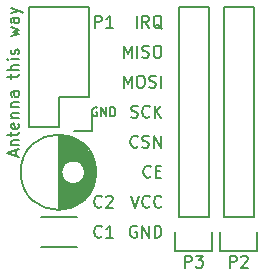
<source format=gto>
G04 #@! TF.FileFunction,Legend,Top*
%FSLAX46Y46*%
G04 Gerber Fmt 4.6, Leading zero omitted, Abs format (unit mm)*
G04 Created by KiCad (PCBNEW 4.0.2-stable) date Friday, 10 June 2016 'pmt' 15:57:06*
%MOMM*%
G01*
G04 APERTURE LIST*
%ADD10C,0.100000*%
%ADD11C,0.150000*%
G04 APERTURE END LIST*
D10*
D11*
X158916667Y-107861906D02*
X158916667Y-107385715D01*
X159202381Y-107957144D02*
X158202381Y-107623811D01*
X159202381Y-107290477D01*
X158535714Y-106957144D02*
X159202381Y-106957144D01*
X158630952Y-106957144D02*
X158583333Y-106909525D01*
X158535714Y-106814287D01*
X158535714Y-106671429D01*
X158583333Y-106576191D01*
X158678571Y-106528572D01*
X159202381Y-106528572D01*
X158535714Y-106195239D02*
X158535714Y-105814287D01*
X158202381Y-106052382D02*
X159059524Y-106052382D01*
X159154762Y-106004763D01*
X159202381Y-105909525D01*
X159202381Y-105814287D01*
X159154762Y-105100000D02*
X159202381Y-105195238D01*
X159202381Y-105385715D01*
X159154762Y-105480953D01*
X159059524Y-105528572D01*
X158678571Y-105528572D01*
X158583333Y-105480953D01*
X158535714Y-105385715D01*
X158535714Y-105195238D01*
X158583333Y-105100000D01*
X158678571Y-105052381D01*
X158773810Y-105052381D01*
X158869048Y-105528572D01*
X158535714Y-104623810D02*
X159202381Y-104623810D01*
X158630952Y-104623810D02*
X158583333Y-104576191D01*
X158535714Y-104480953D01*
X158535714Y-104338095D01*
X158583333Y-104242857D01*
X158678571Y-104195238D01*
X159202381Y-104195238D01*
X158535714Y-103719048D02*
X159202381Y-103719048D01*
X158630952Y-103719048D02*
X158583333Y-103671429D01*
X158535714Y-103576191D01*
X158535714Y-103433333D01*
X158583333Y-103338095D01*
X158678571Y-103290476D01*
X159202381Y-103290476D01*
X159202381Y-102385714D02*
X158678571Y-102385714D01*
X158583333Y-102433333D01*
X158535714Y-102528571D01*
X158535714Y-102719048D01*
X158583333Y-102814286D01*
X159154762Y-102385714D02*
X159202381Y-102480952D01*
X159202381Y-102719048D01*
X159154762Y-102814286D01*
X159059524Y-102861905D01*
X158964286Y-102861905D01*
X158869048Y-102814286D01*
X158821429Y-102719048D01*
X158821429Y-102480952D01*
X158773810Y-102385714D01*
X158535714Y-101290476D02*
X158535714Y-100909524D01*
X158202381Y-101147619D02*
X159059524Y-101147619D01*
X159154762Y-101100000D01*
X159202381Y-101004762D01*
X159202381Y-100909524D01*
X159202381Y-100576190D02*
X158202381Y-100576190D01*
X159202381Y-100147618D02*
X158678571Y-100147618D01*
X158583333Y-100195237D01*
X158535714Y-100290475D01*
X158535714Y-100433333D01*
X158583333Y-100528571D01*
X158630952Y-100576190D01*
X159202381Y-99671428D02*
X158535714Y-99671428D01*
X158202381Y-99671428D02*
X158250000Y-99719047D01*
X158297619Y-99671428D01*
X158250000Y-99623809D01*
X158202381Y-99671428D01*
X158297619Y-99671428D01*
X159154762Y-99242857D02*
X159202381Y-99147619D01*
X159202381Y-98957143D01*
X159154762Y-98861904D01*
X159059524Y-98814285D01*
X159011905Y-98814285D01*
X158916667Y-98861904D01*
X158869048Y-98957143D01*
X158869048Y-99100000D01*
X158821429Y-99195238D01*
X158726190Y-99242857D01*
X158678571Y-99242857D01*
X158583333Y-99195238D01*
X158535714Y-99100000D01*
X158535714Y-98957143D01*
X158583333Y-98861904D01*
X158535714Y-97719047D02*
X159202381Y-97528571D01*
X158726190Y-97338094D01*
X159202381Y-97147618D01*
X158535714Y-96957142D01*
X159202381Y-96147618D02*
X158678571Y-96147618D01*
X158583333Y-96195237D01*
X158535714Y-96290475D01*
X158535714Y-96480952D01*
X158583333Y-96576190D01*
X159154762Y-96147618D02*
X159202381Y-96242856D01*
X159202381Y-96480952D01*
X159154762Y-96576190D01*
X159059524Y-96623809D01*
X158964286Y-96623809D01*
X158869048Y-96576190D01*
X158821429Y-96480952D01*
X158821429Y-96242856D01*
X158773810Y-96147618D01*
X158535714Y-95766666D02*
X159202381Y-95528571D01*
X158535714Y-95290475D02*
X159202381Y-95528571D01*
X159440476Y-95623809D01*
X159488095Y-95671428D01*
X159535714Y-95766666D01*
X169164286Y-96972381D02*
X169164286Y-95972381D01*
X170211905Y-96972381D02*
X169878571Y-96496190D01*
X169640476Y-96972381D02*
X169640476Y-95972381D01*
X170021429Y-95972381D01*
X170116667Y-96020000D01*
X170164286Y-96067619D01*
X170211905Y-96162857D01*
X170211905Y-96305714D01*
X170164286Y-96400952D01*
X170116667Y-96448571D01*
X170021429Y-96496190D01*
X169640476Y-96496190D01*
X171307143Y-97067619D02*
X171211905Y-97020000D01*
X171116667Y-96924762D01*
X170973810Y-96781905D01*
X170878571Y-96734286D01*
X170783333Y-96734286D01*
X170830952Y-96972381D02*
X170735714Y-96924762D01*
X170640476Y-96829524D01*
X170592857Y-96639048D01*
X170592857Y-96305714D01*
X170640476Y-96115238D01*
X170735714Y-96020000D01*
X170830952Y-95972381D01*
X171021429Y-95972381D01*
X171116667Y-96020000D01*
X171211905Y-96115238D01*
X171259524Y-96305714D01*
X171259524Y-96639048D01*
X171211905Y-96829524D01*
X171116667Y-96924762D01*
X171021429Y-96972381D01*
X170830952Y-96972381D01*
X168069048Y-99512381D02*
X168069048Y-98512381D01*
X168402382Y-99226667D01*
X168735715Y-98512381D01*
X168735715Y-99512381D01*
X169211905Y-99512381D02*
X169211905Y-98512381D01*
X169640476Y-99464762D02*
X169783333Y-99512381D01*
X170021429Y-99512381D01*
X170116667Y-99464762D01*
X170164286Y-99417143D01*
X170211905Y-99321905D01*
X170211905Y-99226667D01*
X170164286Y-99131429D01*
X170116667Y-99083810D01*
X170021429Y-99036190D01*
X169830952Y-98988571D01*
X169735714Y-98940952D01*
X169688095Y-98893333D01*
X169640476Y-98798095D01*
X169640476Y-98702857D01*
X169688095Y-98607619D01*
X169735714Y-98560000D01*
X169830952Y-98512381D01*
X170069048Y-98512381D01*
X170211905Y-98560000D01*
X170830952Y-98512381D02*
X171021429Y-98512381D01*
X171116667Y-98560000D01*
X171211905Y-98655238D01*
X171259524Y-98845714D01*
X171259524Y-99179048D01*
X171211905Y-99369524D01*
X171116667Y-99464762D01*
X171021429Y-99512381D01*
X170830952Y-99512381D01*
X170735714Y-99464762D01*
X170640476Y-99369524D01*
X170592857Y-99179048D01*
X170592857Y-98845714D01*
X170640476Y-98655238D01*
X170735714Y-98560000D01*
X170830952Y-98512381D01*
X168069048Y-102052381D02*
X168069048Y-101052381D01*
X168402382Y-101766667D01*
X168735715Y-101052381D01*
X168735715Y-102052381D01*
X169402381Y-101052381D02*
X169592858Y-101052381D01*
X169688096Y-101100000D01*
X169783334Y-101195238D01*
X169830953Y-101385714D01*
X169830953Y-101719048D01*
X169783334Y-101909524D01*
X169688096Y-102004762D01*
X169592858Y-102052381D01*
X169402381Y-102052381D01*
X169307143Y-102004762D01*
X169211905Y-101909524D01*
X169164286Y-101719048D01*
X169164286Y-101385714D01*
X169211905Y-101195238D01*
X169307143Y-101100000D01*
X169402381Y-101052381D01*
X170211905Y-102004762D02*
X170354762Y-102052381D01*
X170592858Y-102052381D01*
X170688096Y-102004762D01*
X170735715Y-101957143D01*
X170783334Y-101861905D01*
X170783334Y-101766667D01*
X170735715Y-101671429D01*
X170688096Y-101623810D01*
X170592858Y-101576190D01*
X170402381Y-101528571D01*
X170307143Y-101480952D01*
X170259524Y-101433333D01*
X170211905Y-101338095D01*
X170211905Y-101242857D01*
X170259524Y-101147619D01*
X170307143Y-101100000D01*
X170402381Y-101052381D01*
X170640477Y-101052381D01*
X170783334Y-101100000D01*
X171211905Y-102052381D02*
X171211905Y-101052381D01*
X168688095Y-104544762D02*
X168830952Y-104592381D01*
X169069048Y-104592381D01*
X169164286Y-104544762D01*
X169211905Y-104497143D01*
X169259524Y-104401905D01*
X169259524Y-104306667D01*
X169211905Y-104211429D01*
X169164286Y-104163810D01*
X169069048Y-104116190D01*
X168878571Y-104068571D01*
X168783333Y-104020952D01*
X168735714Y-103973333D01*
X168688095Y-103878095D01*
X168688095Y-103782857D01*
X168735714Y-103687619D01*
X168783333Y-103640000D01*
X168878571Y-103592381D01*
X169116667Y-103592381D01*
X169259524Y-103640000D01*
X170259524Y-104497143D02*
X170211905Y-104544762D01*
X170069048Y-104592381D01*
X169973810Y-104592381D01*
X169830952Y-104544762D01*
X169735714Y-104449524D01*
X169688095Y-104354286D01*
X169640476Y-104163810D01*
X169640476Y-104020952D01*
X169688095Y-103830476D01*
X169735714Y-103735238D01*
X169830952Y-103640000D01*
X169973810Y-103592381D01*
X170069048Y-103592381D01*
X170211905Y-103640000D01*
X170259524Y-103687619D01*
X170688095Y-104592381D02*
X170688095Y-103592381D01*
X171259524Y-104592381D02*
X170830952Y-104020952D01*
X171259524Y-103592381D02*
X170688095Y-104163810D01*
X169259524Y-107037143D02*
X169211905Y-107084762D01*
X169069048Y-107132381D01*
X168973810Y-107132381D01*
X168830952Y-107084762D01*
X168735714Y-106989524D01*
X168688095Y-106894286D01*
X168640476Y-106703810D01*
X168640476Y-106560952D01*
X168688095Y-106370476D01*
X168735714Y-106275238D01*
X168830952Y-106180000D01*
X168973810Y-106132381D01*
X169069048Y-106132381D01*
X169211905Y-106180000D01*
X169259524Y-106227619D01*
X169640476Y-107084762D02*
X169783333Y-107132381D01*
X170021429Y-107132381D01*
X170116667Y-107084762D01*
X170164286Y-107037143D01*
X170211905Y-106941905D01*
X170211905Y-106846667D01*
X170164286Y-106751429D01*
X170116667Y-106703810D01*
X170021429Y-106656190D01*
X169830952Y-106608571D01*
X169735714Y-106560952D01*
X169688095Y-106513333D01*
X169640476Y-106418095D01*
X169640476Y-106322857D01*
X169688095Y-106227619D01*
X169735714Y-106180000D01*
X169830952Y-106132381D01*
X170069048Y-106132381D01*
X170211905Y-106180000D01*
X170640476Y-107132381D02*
X170640476Y-106132381D01*
X171211905Y-107132381D01*
X171211905Y-106132381D01*
X170354762Y-109577143D02*
X170307143Y-109624762D01*
X170164286Y-109672381D01*
X170069048Y-109672381D01*
X169926190Y-109624762D01*
X169830952Y-109529524D01*
X169783333Y-109434286D01*
X169735714Y-109243810D01*
X169735714Y-109100952D01*
X169783333Y-108910476D01*
X169830952Y-108815238D01*
X169926190Y-108720000D01*
X170069048Y-108672381D01*
X170164286Y-108672381D01*
X170307143Y-108720000D01*
X170354762Y-108767619D01*
X170783333Y-109148571D02*
X171116667Y-109148571D01*
X171259524Y-109672381D02*
X170783333Y-109672381D01*
X170783333Y-108672381D01*
X171259524Y-108672381D01*
X168688095Y-111212381D02*
X169021428Y-112212381D01*
X169354762Y-111212381D01*
X170259524Y-112117143D02*
X170211905Y-112164762D01*
X170069048Y-112212381D01*
X169973810Y-112212381D01*
X169830952Y-112164762D01*
X169735714Y-112069524D01*
X169688095Y-111974286D01*
X169640476Y-111783810D01*
X169640476Y-111640952D01*
X169688095Y-111450476D01*
X169735714Y-111355238D01*
X169830952Y-111260000D01*
X169973810Y-111212381D01*
X170069048Y-111212381D01*
X170211905Y-111260000D01*
X170259524Y-111307619D01*
X171259524Y-112117143D02*
X171211905Y-112164762D01*
X171069048Y-112212381D01*
X170973810Y-112212381D01*
X170830952Y-112164762D01*
X170735714Y-112069524D01*
X170688095Y-111974286D01*
X170640476Y-111783810D01*
X170640476Y-111640952D01*
X170688095Y-111450476D01*
X170735714Y-111355238D01*
X170830952Y-111260000D01*
X170973810Y-111212381D01*
X171069048Y-111212381D01*
X171211905Y-111260000D01*
X171259524Y-111307619D01*
X169164286Y-113800000D02*
X169069048Y-113752381D01*
X168926191Y-113752381D01*
X168783333Y-113800000D01*
X168688095Y-113895238D01*
X168640476Y-113990476D01*
X168592857Y-114180952D01*
X168592857Y-114323810D01*
X168640476Y-114514286D01*
X168688095Y-114609524D01*
X168783333Y-114704762D01*
X168926191Y-114752381D01*
X169021429Y-114752381D01*
X169164286Y-114704762D01*
X169211905Y-114657143D01*
X169211905Y-114323810D01*
X169021429Y-114323810D01*
X169640476Y-114752381D02*
X169640476Y-113752381D01*
X170211905Y-114752381D01*
X170211905Y-113752381D01*
X170688095Y-114752381D02*
X170688095Y-113752381D01*
X170926190Y-113752381D01*
X171069048Y-113800000D01*
X171164286Y-113895238D01*
X171211905Y-113990476D01*
X171259524Y-114180952D01*
X171259524Y-114323810D01*
X171211905Y-114514286D01*
X171164286Y-114609524D01*
X171069048Y-114704762D01*
X170926190Y-114752381D01*
X170688095Y-114752381D01*
X165798572Y-103765000D02*
X165727143Y-103729286D01*
X165620000Y-103729286D01*
X165512857Y-103765000D01*
X165441429Y-103836429D01*
X165405714Y-103907857D01*
X165370000Y-104050714D01*
X165370000Y-104157857D01*
X165405714Y-104300714D01*
X165441429Y-104372143D01*
X165512857Y-104443571D01*
X165620000Y-104479286D01*
X165691429Y-104479286D01*
X165798572Y-104443571D01*
X165834286Y-104407857D01*
X165834286Y-104157857D01*
X165691429Y-104157857D01*
X166155714Y-104479286D02*
X166155714Y-103729286D01*
X166584286Y-104479286D01*
X166584286Y-103729286D01*
X166941428Y-104479286D02*
X166941428Y-103729286D01*
X167120000Y-103729286D01*
X167227143Y-103765000D01*
X167298571Y-103836429D01*
X167334286Y-103907857D01*
X167370000Y-104050714D01*
X167370000Y-104157857D01*
X167334286Y-104300714D01*
X167298571Y-104372143D01*
X167227143Y-104443571D01*
X167120000Y-104479286D01*
X166941428Y-104479286D01*
X164080000Y-115550000D02*
X161080000Y-115550000D01*
X161080000Y-113050000D02*
X164080000Y-113050000D01*
X162615000Y-106071000D02*
X162615000Y-112369000D01*
X162755000Y-106077000D02*
X162755000Y-112363000D01*
X162895000Y-106090000D02*
X162895000Y-108774000D01*
X162895000Y-109666000D02*
X162895000Y-112350000D01*
X163035000Y-106109000D02*
X163035000Y-108564000D01*
X163035000Y-109876000D02*
X163035000Y-112331000D01*
X163175000Y-106135000D02*
X163175000Y-108431000D01*
X163175000Y-110009000D02*
X163175000Y-112305000D01*
X163315000Y-106167000D02*
X163315000Y-108340000D01*
X163315000Y-110100000D02*
X163315000Y-112273000D01*
X163455000Y-106206000D02*
X163455000Y-108278000D01*
X163455000Y-110162000D02*
X163455000Y-112234000D01*
X163595000Y-106252000D02*
X163595000Y-108239000D01*
X163595000Y-110201000D02*
X163595000Y-112188000D01*
X163735000Y-106305000D02*
X163735000Y-108222000D01*
X163735000Y-110218000D02*
X163735000Y-112135000D01*
X163875000Y-106367000D02*
X163875000Y-108224000D01*
X163875000Y-110216000D02*
X163875000Y-112073000D01*
X164015000Y-106437000D02*
X164015000Y-108246000D01*
X164015000Y-110194000D02*
X164015000Y-112003000D01*
X164155000Y-106516000D02*
X164155000Y-108289000D01*
X164155000Y-110151000D02*
X164155000Y-111924000D01*
X164295000Y-106604000D02*
X164295000Y-108357000D01*
X164295000Y-110083000D02*
X164295000Y-111836000D01*
X164435000Y-106704000D02*
X164435000Y-108456000D01*
X164435000Y-109984000D02*
X164435000Y-111736000D01*
X164575000Y-106816000D02*
X164575000Y-108601000D01*
X164575000Y-109839000D02*
X164575000Y-111624000D01*
X164715000Y-106941000D02*
X164715000Y-108840000D01*
X164715000Y-109600000D02*
X164715000Y-111499000D01*
X164855000Y-107084000D02*
X164855000Y-111356000D01*
X164995000Y-107246000D02*
X164995000Y-111194000D01*
X165135000Y-107434000D02*
X165135000Y-111006000D01*
X165275000Y-107657000D02*
X165275000Y-110783000D01*
X165415000Y-107933000D02*
X165415000Y-110507000D01*
X165555000Y-108308000D02*
X165555000Y-110132000D01*
X164790000Y-109220000D02*
G75*
G03X164790000Y-109220000I-1000000J0D01*
G01*
X165727500Y-109220000D02*
G75*
G03X165727500Y-109220000I-3187500J0D01*
G01*
X165100000Y-102870000D02*
X165100000Y-95250000D01*
X165100000Y-95250000D02*
X160020000Y-95250000D01*
X160020000Y-95250000D02*
X160020000Y-105410000D01*
X160020000Y-105410000D02*
X162560000Y-105410000D01*
X163830000Y-105690000D02*
X165380000Y-105690000D01*
X162560000Y-105410000D02*
X162560000Y-102870000D01*
X162560000Y-102870000D02*
X165100000Y-102870000D01*
X165380000Y-105690000D02*
X165380000Y-104140000D01*
X176530000Y-113030000D02*
X176530000Y-95250000D01*
X176530000Y-95250000D02*
X179070000Y-95250000D01*
X179070000Y-95250000D02*
X179070000Y-113030000D01*
X176250000Y-115850000D02*
X176250000Y-114300000D01*
X176530000Y-113030000D02*
X179070000Y-113030000D01*
X179350000Y-114300000D02*
X179350000Y-115850000D01*
X179350000Y-115850000D02*
X176250000Y-115850000D01*
X172720000Y-113030000D02*
X172720000Y-95250000D01*
X172720000Y-95250000D02*
X175260000Y-95250000D01*
X175260000Y-95250000D02*
X175260000Y-113030000D01*
X172440000Y-115850000D02*
X172440000Y-114300000D01*
X172720000Y-113030000D02*
X175260000Y-113030000D01*
X175540000Y-114300000D02*
X175540000Y-115850000D01*
X175540000Y-115850000D02*
X172440000Y-115850000D01*
X166203334Y-114657143D02*
X166155715Y-114704762D01*
X166012858Y-114752381D01*
X165917620Y-114752381D01*
X165774762Y-114704762D01*
X165679524Y-114609524D01*
X165631905Y-114514286D01*
X165584286Y-114323810D01*
X165584286Y-114180952D01*
X165631905Y-113990476D01*
X165679524Y-113895238D01*
X165774762Y-113800000D01*
X165917620Y-113752381D01*
X166012858Y-113752381D01*
X166155715Y-113800000D01*
X166203334Y-113847619D01*
X167155715Y-114752381D02*
X166584286Y-114752381D01*
X166870000Y-114752381D02*
X166870000Y-113752381D01*
X166774762Y-113895238D01*
X166679524Y-113990476D01*
X166584286Y-114038095D01*
X166203334Y-112117143D02*
X166155715Y-112164762D01*
X166012858Y-112212381D01*
X165917620Y-112212381D01*
X165774762Y-112164762D01*
X165679524Y-112069524D01*
X165631905Y-111974286D01*
X165584286Y-111783810D01*
X165584286Y-111640952D01*
X165631905Y-111450476D01*
X165679524Y-111355238D01*
X165774762Y-111260000D01*
X165917620Y-111212381D01*
X166012858Y-111212381D01*
X166155715Y-111260000D01*
X166203334Y-111307619D01*
X166584286Y-111307619D02*
X166631905Y-111260000D01*
X166727143Y-111212381D01*
X166965239Y-111212381D01*
X167060477Y-111260000D01*
X167108096Y-111307619D01*
X167155715Y-111402857D01*
X167155715Y-111498095D01*
X167108096Y-111640952D01*
X166536667Y-112212381D01*
X167155715Y-112212381D01*
X165631905Y-96972381D02*
X165631905Y-95972381D01*
X166012858Y-95972381D01*
X166108096Y-96020000D01*
X166155715Y-96067619D01*
X166203334Y-96162857D01*
X166203334Y-96305714D01*
X166155715Y-96400952D01*
X166108096Y-96448571D01*
X166012858Y-96496190D01*
X165631905Y-96496190D01*
X167155715Y-96972381D02*
X166584286Y-96972381D01*
X166870000Y-96972381D02*
X166870000Y-95972381D01*
X166774762Y-96115238D01*
X166679524Y-96210476D01*
X166584286Y-96258095D01*
X177061905Y-117292381D02*
X177061905Y-116292381D01*
X177442858Y-116292381D01*
X177538096Y-116340000D01*
X177585715Y-116387619D01*
X177633334Y-116482857D01*
X177633334Y-116625714D01*
X177585715Y-116720952D01*
X177538096Y-116768571D01*
X177442858Y-116816190D01*
X177061905Y-116816190D01*
X178014286Y-116387619D02*
X178061905Y-116340000D01*
X178157143Y-116292381D01*
X178395239Y-116292381D01*
X178490477Y-116340000D01*
X178538096Y-116387619D01*
X178585715Y-116482857D01*
X178585715Y-116578095D01*
X178538096Y-116720952D01*
X177966667Y-117292381D01*
X178585715Y-117292381D01*
X173251905Y-117292381D02*
X173251905Y-116292381D01*
X173632858Y-116292381D01*
X173728096Y-116340000D01*
X173775715Y-116387619D01*
X173823334Y-116482857D01*
X173823334Y-116625714D01*
X173775715Y-116720952D01*
X173728096Y-116768571D01*
X173632858Y-116816190D01*
X173251905Y-116816190D01*
X174156667Y-116292381D02*
X174775715Y-116292381D01*
X174442381Y-116673333D01*
X174585239Y-116673333D01*
X174680477Y-116720952D01*
X174728096Y-116768571D01*
X174775715Y-116863810D01*
X174775715Y-117101905D01*
X174728096Y-117197143D01*
X174680477Y-117244762D01*
X174585239Y-117292381D01*
X174299524Y-117292381D01*
X174204286Y-117244762D01*
X174156667Y-117197143D01*
M02*

</source>
